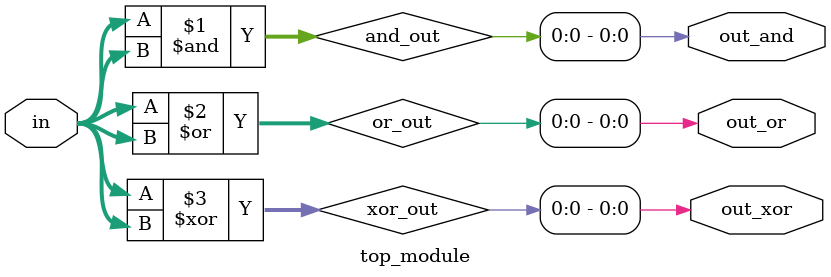
<source format=v>
module top_module (
  input [99:0] in,
  output out_and,
  output out_or,
  output out_xor
);

  wire [99:0] and_out;
  wire [99:0] or_out;
  wire [99:0] xor_out;

  // AND gate
  assign and_out = in & in;

  // OR gate
  assign or_out = in | in;

  // XOR gate
  assign xor_out = in ^ in;

  // Connect the outputs to the ports
  assign out_and = and_out;
  assign out_or = or_out;
  assign out_xor = xor_out;

endmodule
</source>
